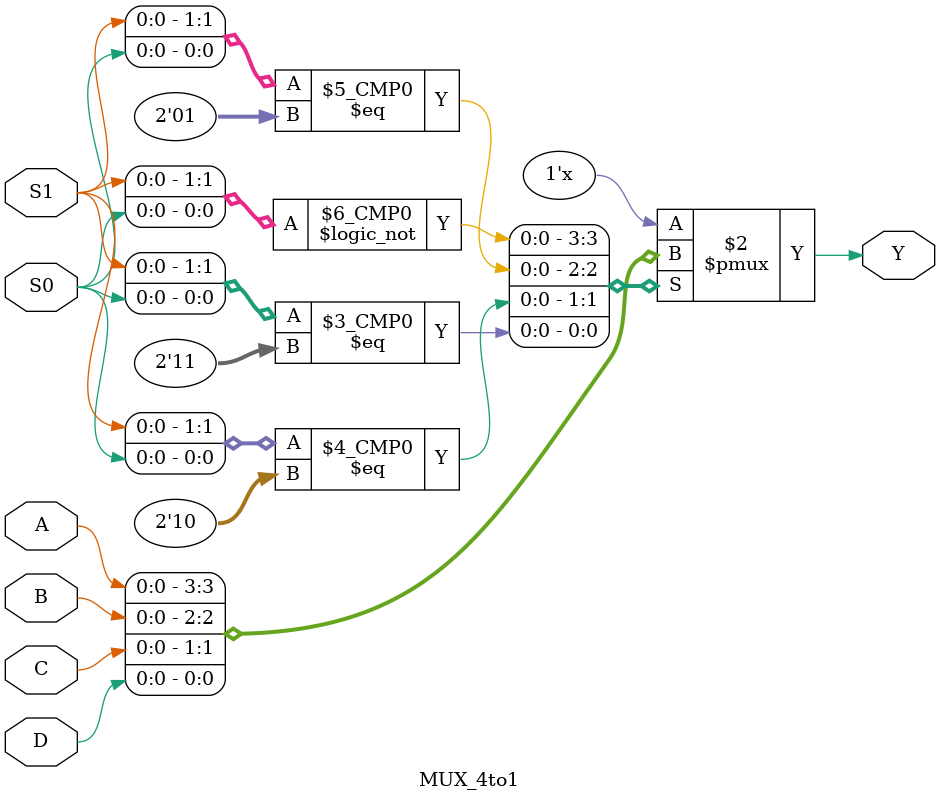
<source format=v>
module MUX_4to1(
                   Y,
                  
                   A,
                   
                   B,
                   
                   C,
                   
                   D,
                   
                   S0,
                   
                   S1
                   
                   );
  
    input  A,B,C,D;
    
    input S0,S1;
    
    output reg Y;
    
    always@(*)
    
        begin
        
            case({S1,S0})
            
            2'b00:Y=A;
            
            2'b01:Y=B;
            
            2'b10:Y=C;
            
            2'b11:Y=D;
            
            default:Y=1'bx;
            
            endcase
            
        end
  
        
endmodule

</source>
